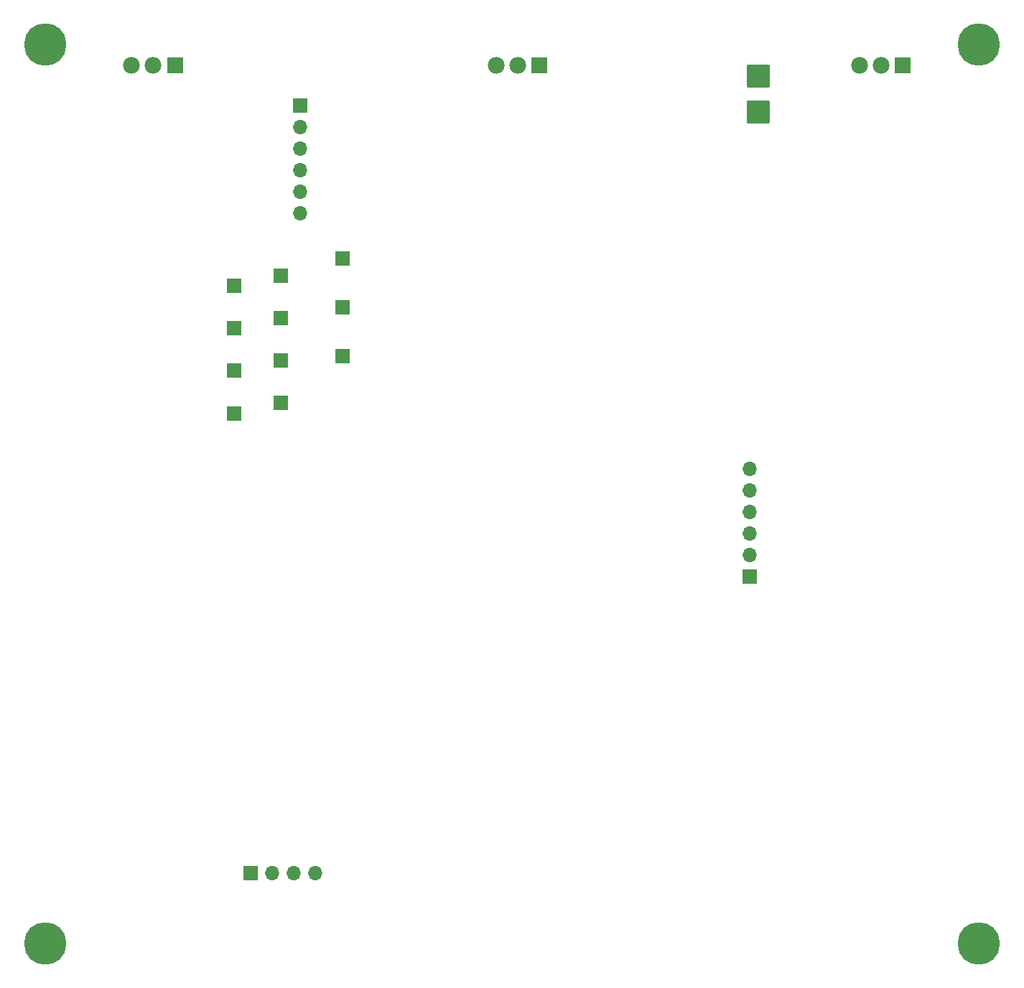
<source format=gbs>
G04 #@! TF.GenerationSoftware,KiCad,Pcbnew,7.0.1-0*
G04 #@! TF.CreationDate,2024-01-25T19:49:42+00:00*
G04 #@! TF.ProjectId,tail-lights,7461696c-2d6c-4696-9768-74732e6b6963,rev?*
G04 #@! TF.SameCoordinates,Original*
G04 #@! TF.FileFunction,Soldermask,Bot*
G04 #@! TF.FilePolarity,Negative*
%FSLAX46Y46*%
G04 Gerber Fmt 4.6, Leading zero omitted, Abs format (unit mm)*
G04 Created by KiCad (PCBNEW 7.0.1-0) date 2024-01-25 19:49:42*
%MOMM*%
%LPD*%
G01*
G04 APERTURE LIST*
G04 Aperture macros list*
%AMRoundRect*
0 Rectangle with rounded corners*
0 $1 Rounding radius*
0 $2 $3 $4 $5 $6 $7 $8 $9 X,Y pos of 4 corners*
0 Add a 4 corners polygon primitive as box body*
4,1,4,$2,$3,$4,$5,$6,$7,$8,$9,$2,$3,0*
0 Add four circle primitives for the rounded corners*
1,1,$1+$1,$2,$3*
1,1,$1+$1,$4,$5*
1,1,$1+$1,$6,$7*
1,1,$1+$1,$8,$9*
0 Add four rect primitives between the rounded corners*
20,1,$1+$1,$2,$3,$4,$5,0*
20,1,$1+$1,$4,$5,$6,$7,0*
20,1,$1+$1,$6,$7,$8,$9,0*
20,1,$1+$1,$8,$9,$2,$3,0*%
G04 Aperture macros list end*
%ADD10R,1.700000X1.700000*%
%ADD11R,1.980000X1.980000*%
%ADD12C,1.980000*%
%ADD13O,1.700000X1.700000*%
%ADD14RoundRect,0.250000X-1.125000X-1.125000X1.125000X-1.125000X1.125000X1.125000X-1.125000X1.125000X0*%
%ADD15C,5.000000*%
G04 APERTURE END LIST*
D10*
X66250000Y-69500000D03*
X79000000Y-67750000D03*
D11*
X59250000Y-33500000D03*
D12*
X56700000Y-33500000D03*
X54150000Y-33500000D03*
D10*
X68162500Y-128750000D03*
D13*
X70702500Y-128750000D03*
X73242500Y-128750000D03*
X75782500Y-128750000D03*
D10*
X71750000Y-68250000D03*
X71750000Y-73250000D03*
D14*
X128000000Y-34750000D03*
D15*
X44000000Y-137000000D03*
D10*
X66250000Y-74500000D03*
X79000000Y-62000000D03*
X127000000Y-93790000D03*
D13*
X127000000Y-91250000D03*
X127000000Y-88710000D03*
X127000000Y-86170000D03*
X127000000Y-83630000D03*
X127000000Y-81090000D03*
D10*
X66250000Y-59500000D03*
D15*
X154000000Y-31000000D03*
D10*
X74000000Y-38250000D03*
D13*
X74000000Y-40790000D03*
X74000000Y-43330000D03*
X74000000Y-45870000D03*
X74000000Y-48410000D03*
X74000000Y-50950000D03*
D10*
X79000000Y-56250000D03*
D15*
X44000000Y-31000000D03*
D10*
X66250000Y-64500000D03*
D14*
X128000000Y-39000000D03*
D15*
X154000000Y-137000000D03*
D11*
X145050000Y-33500000D03*
D12*
X142500000Y-33500000D03*
X139950000Y-33500000D03*
D10*
X71750000Y-58250000D03*
X71750000Y-63250000D03*
D11*
X102250000Y-33500000D03*
D12*
X99700000Y-33500000D03*
X97150000Y-33500000D03*
M02*

</source>
